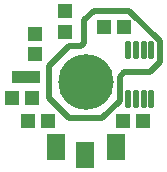
<source format=gts>
G04*
G04 #@! TF.GenerationSoftware,Altium Limited,Altium Designer,18.1.6 (161)*
G04*
G04 Layer_Color=8388736*
%FSTAX24Y24*%
%MOIN*%
G70*
G01*
G75*
%ADD18C,0.0200*%
%ADD19R,0.0960X0.0440*%
%ADD20R,0.0513X0.0474*%
%ADD21R,0.0375X0.0434*%
%ADD22R,0.0474X0.0513*%
%ADD23O,0.0218X0.0631*%
%ADD24R,0.0631X0.0867*%
%ADD25C,0.1852*%
D18*
X050827Y039843D02*
X052008D01*
X05Y038661D02*
X050394D01*
X052702Y037795D02*
X053032Y038125D01*
X049331Y036929D02*
X05Y03626D01*
X050394Y038661D02*
X050512Y03878D01*
Y039528D01*
X05185Y037795D02*
X052702D01*
X049331Y036929D02*
Y037992D01*
X05Y038661D01*
X051102Y03626D02*
X051693Y03685D01*
Y037638D01*
X053032Y038125D02*
Y038819D01*
X05Y03626D02*
X051102D01*
X050512Y039528D02*
X050827Y039843D01*
X051693Y037638D02*
X05185Y037795D01*
X052008Y039843D02*
X053032Y038819D01*
D19*
X048583Y037628D02*
D03*
D20*
X049314Y036185D02*
D03*
X048644Y036185D02*
D03*
X048763Y03693D02*
D03*
X048093Y03693D02*
D03*
X051833Y039292D02*
D03*
X051164Y039292D02*
D03*
X051789Y036181D02*
D03*
X052458Y036181D02*
D03*
D21*
X048293Y037628D02*
D03*
X048873D02*
D03*
D22*
X048872Y039077D02*
D03*
X048872Y038408D02*
D03*
X049882Y039151D02*
D03*
X049882Y03982D02*
D03*
D23*
X052746Y038524D02*
D03*
X05249D02*
D03*
X052234D02*
D03*
X051978D02*
D03*
X052746Y036909D02*
D03*
X05249D02*
D03*
X052234D02*
D03*
X051978D02*
D03*
D24*
X050551Y035039D02*
D03*
X049567Y035315D02*
D03*
X051555D02*
D03*
D25*
X050554Y037473D02*
D03*
M02*

</source>
